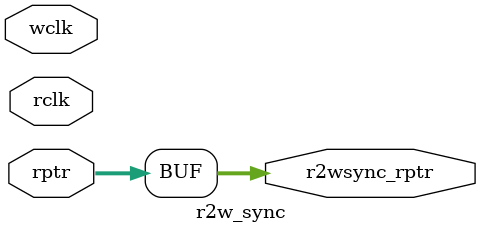
<source format=v>
module r2w_sync # (
    parameter RD_ADDRW = 32'd5
)
(
    input   [RD_ADDRW : 0]  rptr            ,
    input                   wclk            ,
    input                   rclk            ,
    output  [RD_ADDRW : 0]  r2wsync_rptr     
);


assign r2wsync_rptr = rptr;


endmodule
</source>
